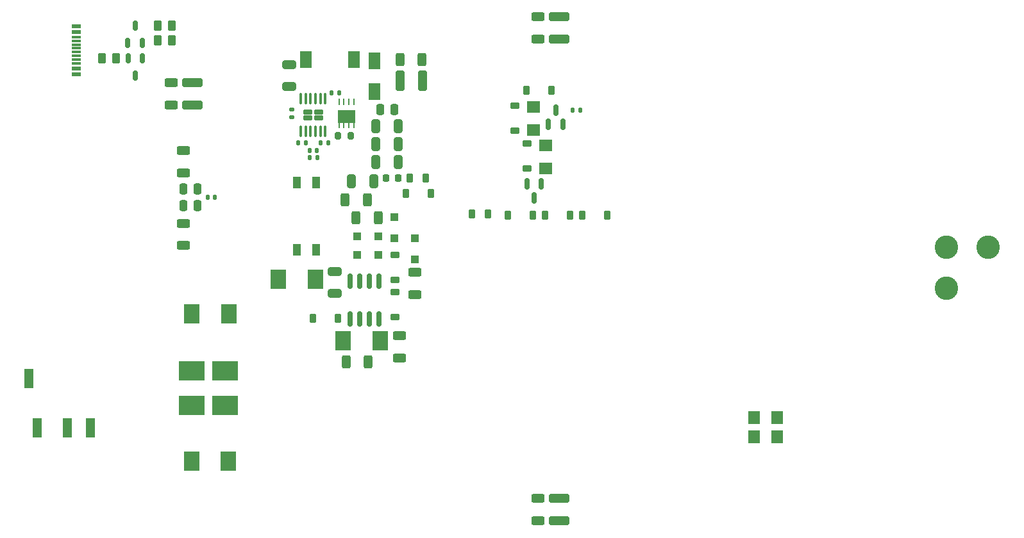
<source format=gbr>
%TF.GenerationSoftware,KiCad,Pcbnew,8.0.1*%
%TF.CreationDate,2024-11-27T15:43:16-06:00*%
%TF.ProjectId,XAmplifier,58416d70-6c69-4666-9965-722e6b696361,rev?*%
%TF.SameCoordinates,Original*%
%TF.FileFunction,Paste,Top*%
%TF.FilePolarity,Positive*%
%FSLAX46Y46*%
G04 Gerber Fmt 4.6, Leading zero omitted, Abs format (unit mm)*
G04 Created by KiCad (PCBNEW 8.0.1) date 2024-11-27 15:43:16*
%MOMM*%
%LPD*%
G01*
G04 APERTURE LIST*
G04 Aperture macros list*
%AMRoundRect*
0 Rectangle with rounded corners*
0 $1 Rounding radius*
0 $2 $3 $4 $5 $6 $7 $8 $9 X,Y pos of 4 corners*
0 Add a 4 corners polygon primitive as box body*
4,1,4,$2,$3,$4,$5,$6,$7,$8,$9,$2,$3,0*
0 Add four circle primitives for the rounded corners*
1,1,$1+$1,$2,$3*
1,1,$1+$1,$4,$5*
1,1,$1+$1,$6,$7*
1,1,$1+$1,$8,$9*
0 Add four rect primitives between the rounded corners*
20,1,$1+$1,$2,$3,$4,$5,0*
20,1,$1+$1,$4,$5,$6,$7,0*
20,1,$1+$1,$6,$7,$8,$9,0*
20,1,$1+$1,$8,$9,$2,$3,0*%
G04 Aperture macros list end*
%ADD10C,0.000000*%
%ADD11RoundRect,0.135000X-0.135000X-0.185000X0.135000X-0.185000X0.135000X0.185000X-0.135000X0.185000X0*%
%ADD12RoundRect,0.225000X-0.375000X0.225000X-0.375000X-0.225000X0.375000X-0.225000X0.375000X0.225000X0*%
%ADD13RoundRect,0.225000X0.225000X0.375000X-0.225000X0.375000X-0.225000X-0.375000X0.225000X-0.375000X0*%
%ADD14R,3.450000X2.550000*%
%ADD15RoundRect,0.150000X-0.150000X0.512500X-0.150000X-0.512500X0.150000X-0.512500X0.150000X0.512500X0*%
%ADD16RoundRect,0.140000X0.140000X0.170000X-0.140000X0.170000X-0.140000X-0.170000X0.140000X-0.170000X0*%
%ADD17R,1.100000X1.500000*%
%ADD18RoundRect,0.250000X0.625000X-0.312500X0.625000X0.312500X-0.625000X0.312500X-0.625000X-0.312500X0*%
%ADD19R,0.279400X0.812800*%
%ADD20RoundRect,0.250000X-0.300000X-0.300000X0.300000X-0.300000X0.300000X0.300000X-0.300000X0.300000X0*%
%ADD21RoundRect,0.250000X0.300000X-0.300000X0.300000X0.300000X-0.300000X0.300000X-0.300000X-0.300000X0*%
%ADD22RoundRect,0.140000X-0.140000X-0.170000X0.140000X-0.170000X0.140000X0.170000X-0.140000X0.170000X0*%
%ADD23RoundRect,0.250000X-0.625000X0.312500X-0.625000X-0.312500X0.625000X-0.312500X0.625000X0.312500X0*%
%ADD24RoundRect,0.250000X-0.650000X0.325000X-0.650000X-0.325000X0.650000X-0.325000X0.650000X0.325000X0*%
%ADD25R,1.200000X2.500000*%
%ADD26RoundRect,0.218750X-0.218750X-0.381250X0.218750X-0.381250X0.218750X0.381250X-0.218750X0.381250X0*%
%ADD27RoundRect,0.250000X0.262500X0.450000X-0.262500X0.450000X-0.262500X-0.450000X0.262500X-0.450000X0*%
%ADD28RoundRect,0.250000X0.325000X0.650000X-0.325000X0.650000X-0.325000X-0.650000X0.325000X-0.650000X0*%
%ADD29R,2.100000X2.600000*%
%ADD30RoundRect,0.250000X-0.325000X-0.650000X0.325000X-0.650000X0.325000X0.650000X-0.325000X0.650000X0*%
%ADD31RoundRect,0.150000X-0.150000X0.587500X-0.150000X-0.587500X0.150000X-0.587500X0.150000X0.587500X0*%
%ADD32RoundRect,0.225000X-0.225000X-0.250000X0.225000X-0.250000X0.225000X0.250000X-0.225000X0.250000X0*%
%ADD33RoundRect,0.225000X-0.225000X-0.375000X0.225000X-0.375000X0.225000X0.375000X-0.225000X0.375000X0*%
%ADD34RoundRect,0.150000X0.150000X-0.512500X0.150000X0.512500X-0.150000X0.512500X-0.150000X-0.512500X0*%
%ADD35RoundRect,0.250000X1.100000X-0.325000X1.100000X0.325000X-1.100000X0.325000X-1.100000X-0.325000X0*%
%ADD36RoundRect,0.250000X0.312500X0.625000X-0.312500X0.625000X-0.312500X-0.625000X0.312500X-0.625000X0*%
%ADD37C,3.098800*%
%ADD38RoundRect,0.150000X-0.150000X0.825000X-0.150000X-0.825000X0.150000X-0.825000X0.150000X0.825000X0*%
%ADD39R,1.600000X2.250000*%
%ADD40RoundRect,0.250000X-0.250000X-0.475000X0.250000X-0.475000X0.250000X0.475000X-0.250000X0.475000X0*%
%ADD41RoundRect,0.250000X-1.100000X0.325000X-1.100000X-0.325000X1.100000X-0.325000X1.100000X0.325000X0*%
%ADD42R,1.500000X2.200000*%
%ADD43RoundRect,0.225000X0.375000X-0.225000X0.375000X0.225000X-0.375000X0.225000X-0.375000X-0.225000X0*%
%ADD44R,1.800000X1.500000*%
%ADD45RoundRect,0.150000X0.150000X-0.587500X0.150000X0.587500X-0.150000X0.587500X-0.150000X-0.587500X0*%
%ADD46R,1.500000X1.800000*%
%ADD47RoundRect,0.135000X0.135000X0.185000X-0.135000X0.185000X-0.135000X-0.185000X0.135000X-0.185000X0*%
%ADD48RoundRect,0.250000X0.325000X1.100000X-0.325000X1.100000X-0.325000X-1.100000X0.325000X-1.100000X0*%
%ADD49RoundRect,0.135000X0.185000X-0.135000X0.185000X0.135000X-0.185000X0.135000X-0.185000X-0.135000X0*%
%ADD50R,1.240000X0.600000*%
%ADD51R,1.240000X0.300000*%
%ADD52RoundRect,0.200000X-0.200000X-0.275000X0.200000X-0.275000X0.200000X0.275000X-0.200000X0.275000X0*%
%ADD53RoundRect,0.250000X-0.262500X-0.450000X0.262500X-0.450000X0.262500X0.450000X-0.262500X0.450000X0*%
%ADD54RoundRect,0.100000X0.100000X-0.625000X0.100000X0.625000X-0.100000X0.625000X-0.100000X-0.625000X0*%
%ADD55RoundRect,0.172500X0.422500X-0.172500X0.422500X0.172500X-0.422500X0.172500X-0.422500X-0.172500X0*%
%ADD56RoundRect,0.250000X-0.300000X0.300000X-0.300000X-0.300000X0.300000X-0.300000X0.300000X0.300000X0*%
G04 APERTURE END LIST*
D10*
%TO.C,Q404*%
G36*
X119040754Y-81038874D02*
G01*
X116754754Y-81038874D01*
X116754754Y-79337074D01*
X119040754Y-79337074D01*
X119040754Y-81038874D01*
G37*
%TD*%
D11*
%TO.C,R401*%
X147766908Y-79383797D03*
X148786908Y-79383797D03*
%TD*%
D12*
%TO.C,D413*%
X124295000Y-98550000D03*
X124295000Y-101850000D03*
%TD*%
D13*
%TO.C,D414*%
X113445000Y-106875000D03*
X116745000Y-106875000D03*
%TD*%
D14*
%TO.C,R426*%
X97450000Y-118400000D03*
X101850000Y-118400000D03*
%TD*%
D15*
%TO.C,Q402*%
X90947500Y-72545000D03*
X89047500Y-72545000D03*
X89997500Y-74820000D03*
%TD*%
D16*
%TO.C,C430*%
X114002754Y-84669274D03*
X113042754Y-84669274D03*
%TD*%
D17*
%TO.C,SW401*%
X111380000Y-97850000D03*
X113920000Y-97850000D03*
X111380000Y-88950000D03*
X113920000Y-88950000D03*
%TD*%
D18*
%TO.C,R437*%
X94777565Y-75750000D03*
X94777565Y-78675000D03*
%TD*%
D19*
%TO.C,Q404*%
X118872753Y-78244874D03*
X118222755Y-78244874D03*
X117572753Y-78244874D03*
X116922755Y-78244874D03*
X116922755Y-81343674D03*
X117572753Y-81343674D03*
X118222755Y-81343674D03*
X118872753Y-81343674D03*
%TD*%
D20*
%TO.C,D409*%
X119295000Y-98475000D03*
X122095000Y-98475000D03*
%TD*%
D21*
%TO.C,D411*%
X126895000Y-99075000D03*
X126895000Y-96275000D03*
%TD*%
D22*
%TO.C,C411*%
X99566940Y-90887106D03*
X100526940Y-90887106D03*
%TD*%
D23*
%TO.C,R425*%
X124895000Y-109212500D03*
X124895000Y-112137500D03*
%TD*%
D24*
%TO.C,C405*%
X116350000Y-100675000D03*
X116350000Y-103625000D03*
%TD*%
D20*
%TO.C,D408*%
X119295000Y-96075000D03*
X122095000Y-96075000D03*
%TD*%
D25*
%TO.C,J408*%
X77070000Y-121350000D03*
X75970000Y-114850000D03*
X84070000Y-121350000D03*
X81070000Y-121350000D03*
%TD*%
D26*
%TO.C,FB401*%
X136562500Y-93080000D03*
X134437500Y-93080000D03*
%TD*%
D23*
%TO.C,R424*%
X126895000Y-100812500D03*
X126895000Y-103737500D03*
%TD*%
D27*
%TO.C,R438*%
X94812500Y-70175000D03*
X92987500Y-70175000D03*
%TD*%
D28*
%TO.C,C400*%
X121475000Y-88800000D03*
X118525000Y-88800000D03*
%TD*%
D29*
%TO.C,R427*%
X97425000Y-125800000D03*
X102325000Y-125800000D03*
%TD*%
D30*
%TO.C,C426*%
X121797754Y-86269274D03*
X124747754Y-86269274D03*
%TD*%
D31*
%TO.C,Q401*%
X143620000Y-89135000D03*
X141720000Y-89135000D03*
X142670000Y-91010000D03*
%TD*%
D13*
%TO.C,D401*%
X144947500Y-76750000D03*
X141647500Y-76750000D03*
%TD*%
D32*
%TO.C,F400*%
X123153010Y-88339825D03*
X124703010Y-88339825D03*
%TD*%
D33*
%TO.C,D406*%
X144090000Y-93250000D03*
X147390000Y-93250000D03*
%TD*%
D23*
%TO.C,R406*%
X96400000Y-84737500D03*
X96400000Y-87662500D03*
%TD*%
D34*
%TO.C,Q403*%
X89037490Y-70468888D03*
X90937490Y-70468888D03*
X89987490Y-68193888D03*
%TD*%
D35*
%TO.C,C419*%
X146009695Y-69983093D03*
X146009695Y-67033093D03*
%TD*%
D36*
%TO.C,R410*%
X122062500Y-93600000D03*
X119137500Y-93600000D03*
%TD*%
D37*
%TO.C,SW403*%
X202605418Y-97458597D03*
X197154578Y-97458597D03*
X197154578Y-102909437D03*
%TD*%
D38*
%TO.C,U400*%
X122200000Y-102000000D03*
X120930000Y-102000000D03*
X119660000Y-102000000D03*
X118390000Y-102000000D03*
X118390000Y-106950000D03*
X119660000Y-106950000D03*
X120930000Y-106950000D03*
X122200000Y-106950000D03*
%TD*%
D30*
%TO.C,C425*%
X121797754Y-83894274D03*
X124747754Y-83894274D03*
%TD*%
D13*
%TO.C,D405*%
X142542500Y-93250000D03*
X139242500Y-93250000D03*
%TD*%
D39*
%TO.C,D415*%
X121622754Y-72894274D03*
X121622754Y-76894274D03*
%TD*%
D40*
%TO.C,C409*%
X96350000Y-92000000D03*
X98250000Y-92000000D03*
%TD*%
D14*
%TO.C,R423*%
X97450000Y-113875000D03*
X101850000Y-113875000D03*
%TD*%
D12*
%TO.C,D403*%
X141730000Y-83800000D03*
X141730000Y-87100000D03*
%TD*%
D41*
%TO.C,C418*%
X145962033Y-130710668D03*
X145962033Y-133660668D03*
%TD*%
D42*
%TO.C,L400*%
X112497754Y-72650000D03*
X118897754Y-72650000D03*
%TD*%
D29*
%TO.C,R429*%
X122380000Y-109875000D03*
X117480000Y-109875000D03*
%TD*%
D43*
%TO.C,D400*%
X140170000Y-82117500D03*
X140170000Y-78817500D03*
%TD*%
D36*
%TO.C,R409*%
X120662500Y-91200000D03*
X117737500Y-91200000D03*
%TD*%
D11*
%TO.C,R446*%
X114512754Y-83669274D03*
X115532754Y-83669274D03*
%TD*%
D29*
%TO.C,R408*%
X113800000Y-101700000D03*
X108900000Y-101700000D03*
%TD*%
D44*
%TO.C,R405*%
X144160000Y-84070000D03*
X144160000Y-87070000D03*
%TD*%
D45*
%TO.C,Q400*%
X144567500Y-81257500D03*
X146467500Y-81257500D03*
X145517500Y-79382500D03*
%TD*%
D18*
%TO.C,R431*%
X143162033Y-133648168D03*
X143162033Y-130723168D03*
%TD*%
D46*
%TO.C,R403*%
X171745000Y-120035000D03*
X174745000Y-120035000D03*
%TD*%
D18*
%TO.C,R407*%
X96400000Y-97262500D03*
X96400000Y-94337500D03*
%TD*%
D47*
%TO.C,R444*%
X114057754Y-85669274D03*
X113037754Y-85669274D03*
%TD*%
D23*
%TO.C,R432*%
X143176783Y-67046772D03*
X143176783Y-69971772D03*
%TD*%
D48*
%TO.C,C420*%
X127905000Y-75480000D03*
X124955000Y-75480000D03*
%TD*%
D35*
%TO.C,C421*%
X97589767Y-75725000D03*
X97589767Y-78675000D03*
%TD*%
D49*
%TO.C,R442*%
X110697754Y-80304274D03*
X110697754Y-79284274D03*
%TD*%
D40*
%TO.C,C410*%
X96350000Y-89750000D03*
X98250000Y-89750000D03*
%TD*%
D50*
%TO.C,J409*%
X82235000Y-68250000D03*
X82235000Y-69050000D03*
D51*
X82235000Y-69700000D03*
X82235000Y-70700000D03*
X82235000Y-72200000D03*
X82235000Y-73200000D03*
D50*
X82235000Y-73850000D03*
X82235000Y-74650000D03*
X82235000Y-74650000D03*
X82235000Y-73850000D03*
D51*
X82235000Y-72700000D03*
X82235000Y-71700000D03*
X82235000Y-71200000D03*
X82235000Y-70200000D03*
D50*
X82235000Y-69050000D03*
X82235000Y-68250000D03*
%TD*%
D30*
%TO.C,C427*%
X121797754Y-81519274D03*
X124747754Y-81519274D03*
%TD*%
D40*
%TO.C,C428*%
X122347754Y-79319274D03*
X124247754Y-79319274D03*
%TD*%
D33*
%TO.C,D402*%
X125750000Y-90400000D03*
X129050000Y-90400000D03*
%TD*%
D44*
%TO.C,R402*%
X142560000Y-81980000D03*
X142560000Y-78980000D03*
%TD*%
D36*
%TO.C,R430*%
X120757500Y-112675000D03*
X117832500Y-112675000D03*
%TD*%
D52*
%TO.C,R447*%
X116775000Y-82800000D03*
X118425000Y-82800000D03*
%TD*%
D46*
%TO.C,R404*%
X171760000Y-122590000D03*
X174760000Y-122590000D03*
%TD*%
D11*
%TO.C,R441*%
X115934673Y-77074399D03*
X116954673Y-77074399D03*
%TD*%
D47*
%TO.C,R448*%
X112510854Y-83685206D03*
X111490854Y-83685206D03*
%TD*%
D53*
%TO.C,R440*%
X92985000Y-68195000D03*
X94810000Y-68195000D03*
%TD*%
D33*
%TO.C,D407*%
X149002500Y-93240000D03*
X152302500Y-93240000D03*
%TD*%
D54*
%TO.C,U401*%
X111856101Y-77862999D03*
X112506101Y-77862999D03*
X113156101Y-77862999D03*
X113806101Y-77862999D03*
X114456101Y-77862999D03*
X115106101Y-77862999D03*
X115106101Y-82162999D03*
X114456101Y-82162999D03*
X113806101Y-82162999D03*
X113156101Y-82162999D03*
X112506101Y-82162999D03*
X111856101Y-82162999D03*
D55*
X114191101Y-79602999D03*
X112771101Y-79602999D03*
X114191101Y-80422999D03*
X112771101Y-80422999D03*
%TD*%
D36*
%TO.C,R433*%
X127880000Y-72667798D03*
X124955000Y-72667798D03*
%TD*%
D56*
%TO.C,D410*%
X124200000Y-93475000D03*
X124200000Y-96275000D03*
%TD*%
D12*
%TO.C,D412*%
X124295000Y-103425000D03*
X124295000Y-106725000D03*
%TD*%
D26*
%TO.C,FB400*%
X126265254Y-88332454D03*
X128390254Y-88332454D03*
%TD*%
D53*
%TO.C,R434*%
X85610000Y-72545000D03*
X87435000Y-72545000D03*
%TD*%
D29*
%TO.C,R428*%
X97476002Y-106324730D03*
X102376002Y-106324730D03*
%TD*%
D24*
%TO.C,C422*%
X110337754Y-76281438D03*
X110337754Y-73331438D03*
%TD*%
M02*

</source>
